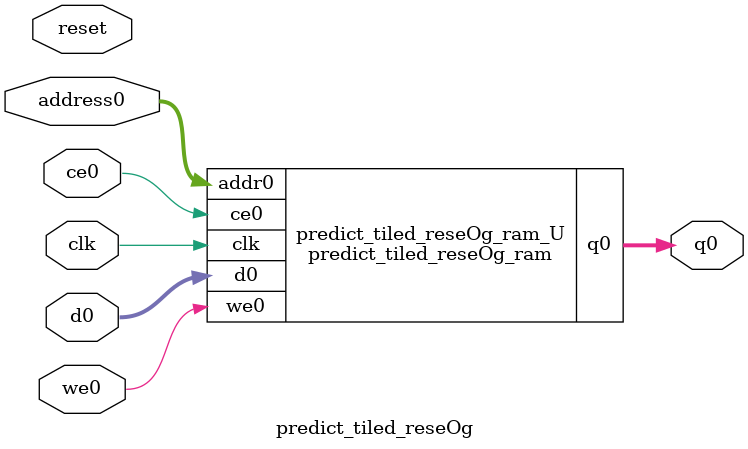
<source format=v>

`timescale 1 ns / 1 ps
module predict_tiled_reseOg_ram (addr0, ce0, d0, we0, q0,  clk);

parameter DWIDTH = 32;
parameter AWIDTH = 12;
parameter MEM_SIZE = 2500;

input[AWIDTH-1:0] addr0;
input ce0;
input[DWIDTH-1:0] d0;
input we0;
output reg[DWIDTH-1:0] q0;
input clk;

(* ram_style = "block" *)reg [DWIDTH-1:0] ram[0:MEM_SIZE-1];




always @(posedge clk)  
begin 
    if (ce0) 
    begin
        if (we0) 
        begin 
            ram[addr0] <= d0; 
            q0 <= d0;
        end 
        else 
            q0 <= ram[addr0];
    end
end


endmodule


`timescale 1 ns / 1 ps
module predict_tiled_reseOg(
    reset,
    clk,
    address0,
    ce0,
    we0,
    d0,
    q0);

parameter DataWidth = 32'd32;
parameter AddressRange = 32'd2500;
parameter AddressWidth = 32'd12;
input reset;
input clk;
input[AddressWidth - 1:0] address0;
input ce0;
input we0;
input[DataWidth - 1:0] d0;
output[DataWidth - 1:0] q0;



predict_tiled_reseOg_ram predict_tiled_reseOg_ram_U(
    .clk( clk ),
    .addr0( address0 ),
    .ce0( ce0 ),
    .we0( we0 ),
    .d0( d0 ),
    .q0( q0 ));

endmodule


</source>
